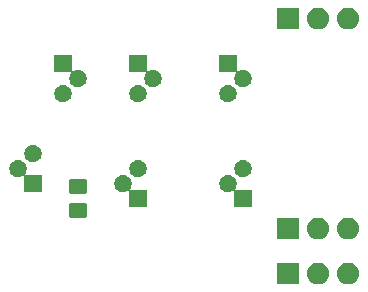
<source format=gts>
G04 #@! TF.GenerationSoftware,KiCad,Pcbnew,5.0.2+dfsg1-1~bpo9+1*
G04 #@! TF.CreationDate,2020-09-02T01:24:03-04:00*
G04 #@! TF.ProjectId,pcb,7063622e-6b69-4636-9164-5f7063625858,rev?*
G04 #@! TF.SameCoordinates,Original*
G04 #@! TF.FileFunction,Soldermask,Top*
G04 #@! TF.FilePolarity,Negative*
%FSLAX46Y46*%
G04 Gerber Fmt 4.6, Leading zero omitted, Abs format (unit mm)*
G04 Created by KiCad (PCBNEW 5.0.2+dfsg1-1~bpo9+1) date Wed 02 Sep 2020 01:24:03 AM EDT*
%MOMM*%
%LPD*%
G01*
G04 APERTURE LIST*
%ADD10C,0.100000*%
G04 APERTURE END LIST*
D10*
G36*
X146231563Y-87987201D02*
X146231566Y-87987202D01*
X146231567Y-87987202D01*
X146406156Y-88040163D01*
X146567059Y-88126167D01*
X146567061Y-88126168D01*
X146567060Y-88126168D01*
X146708091Y-88241909D01*
X146823832Y-88382940D01*
X146909837Y-88543844D01*
X146962799Y-88718437D01*
X146980682Y-88900000D01*
X146962799Y-89081563D01*
X146962798Y-89081566D01*
X146962798Y-89081567D01*
X146909837Y-89256156D01*
X146823833Y-89417059D01*
X146708091Y-89558091D01*
X146567059Y-89673833D01*
X146406156Y-89759837D01*
X146231567Y-89812798D01*
X146231566Y-89812798D01*
X146231563Y-89812799D01*
X146095501Y-89826200D01*
X146004499Y-89826200D01*
X145868437Y-89812799D01*
X145868434Y-89812798D01*
X145868433Y-89812798D01*
X145693844Y-89759837D01*
X145532941Y-89673833D01*
X145391909Y-89558091D01*
X145276167Y-89417059D01*
X145190163Y-89256156D01*
X145137202Y-89081567D01*
X145137202Y-89081566D01*
X145137201Y-89081563D01*
X145119318Y-88900000D01*
X145137201Y-88718437D01*
X145190163Y-88543844D01*
X145276168Y-88382940D01*
X145391909Y-88241909D01*
X145532940Y-88126168D01*
X145532939Y-88126168D01*
X145532941Y-88126167D01*
X145693844Y-88040163D01*
X145868433Y-87987202D01*
X145868434Y-87987202D01*
X145868437Y-87987201D01*
X146004499Y-87973800D01*
X146095501Y-87973800D01*
X146231563Y-87987201D01*
X146231563Y-87987201D01*
G37*
G36*
X141896200Y-89826200D02*
X140043800Y-89826200D01*
X140043800Y-87973800D01*
X141896200Y-87973800D01*
X141896200Y-89826200D01*
X141896200Y-89826200D01*
G37*
G36*
X143691563Y-87987201D02*
X143691566Y-87987202D01*
X143691567Y-87987202D01*
X143866156Y-88040163D01*
X144027059Y-88126167D01*
X144027061Y-88126168D01*
X144027060Y-88126168D01*
X144168091Y-88241909D01*
X144283832Y-88382940D01*
X144369837Y-88543844D01*
X144422799Y-88718437D01*
X144440682Y-88900000D01*
X144422799Y-89081563D01*
X144422798Y-89081566D01*
X144422798Y-89081567D01*
X144369837Y-89256156D01*
X144283833Y-89417059D01*
X144168091Y-89558091D01*
X144027059Y-89673833D01*
X143866156Y-89759837D01*
X143691567Y-89812798D01*
X143691566Y-89812798D01*
X143691563Y-89812799D01*
X143555501Y-89826200D01*
X143464499Y-89826200D01*
X143328437Y-89812799D01*
X143328434Y-89812798D01*
X143328433Y-89812798D01*
X143153844Y-89759837D01*
X142992941Y-89673833D01*
X142851909Y-89558091D01*
X142736167Y-89417059D01*
X142650163Y-89256156D01*
X142597202Y-89081567D01*
X142597202Y-89081566D01*
X142597201Y-89081563D01*
X142579318Y-88900000D01*
X142597201Y-88718437D01*
X142650163Y-88543844D01*
X142736168Y-88382940D01*
X142851909Y-88241909D01*
X142992940Y-88126168D01*
X142992939Y-88126168D01*
X142992941Y-88126167D01*
X143153844Y-88040163D01*
X143328433Y-87987202D01*
X143328434Y-87987202D01*
X143328437Y-87987201D01*
X143464499Y-87973800D01*
X143555501Y-87973800D01*
X143691563Y-87987201D01*
X143691563Y-87987201D01*
G37*
G36*
X141896200Y-86016200D02*
X140043800Y-86016200D01*
X140043800Y-84163800D01*
X141896200Y-84163800D01*
X141896200Y-86016200D01*
X141896200Y-86016200D01*
G37*
G36*
X146231563Y-84177201D02*
X146231566Y-84177202D01*
X146231567Y-84177202D01*
X146406156Y-84230163D01*
X146567059Y-84316167D01*
X146567061Y-84316168D01*
X146567060Y-84316168D01*
X146708091Y-84431909D01*
X146823832Y-84572940D01*
X146909837Y-84733844D01*
X146962799Y-84908437D01*
X146980682Y-85090000D01*
X146962799Y-85271563D01*
X146962798Y-85271566D01*
X146962798Y-85271567D01*
X146909837Y-85446156D01*
X146823833Y-85607059D01*
X146708091Y-85748091D01*
X146567059Y-85863833D01*
X146406156Y-85949837D01*
X146231567Y-86002798D01*
X146231566Y-86002798D01*
X146231563Y-86002799D01*
X146095501Y-86016200D01*
X146004499Y-86016200D01*
X145868437Y-86002799D01*
X145868434Y-86002798D01*
X145868433Y-86002798D01*
X145693844Y-85949837D01*
X145532941Y-85863833D01*
X145391909Y-85748091D01*
X145276167Y-85607059D01*
X145190163Y-85446156D01*
X145137202Y-85271567D01*
X145137202Y-85271566D01*
X145137201Y-85271563D01*
X145119318Y-85090000D01*
X145137201Y-84908437D01*
X145190163Y-84733844D01*
X145276168Y-84572940D01*
X145391909Y-84431909D01*
X145532940Y-84316168D01*
X145532939Y-84316168D01*
X145532941Y-84316167D01*
X145693844Y-84230163D01*
X145868433Y-84177202D01*
X145868434Y-84177202D01*
X145868437Y-84177201D01*
X146004499Y-84163800D01*
X146095501Y-84163800D01*
X146231563Y-84177201D01*
X146231563Y-84177201D01*
G37*
G36*
X143691563Y-84177201D02*
X143691566Y-84177202D01*
X143691567Y-84177202D01*
X143866156Y-84230163D01*
X144027059Y-84316167D01*
X144027061Y-84316168D01*
X144027060Y-84316168D01*
X144168091Y-84431909D01*
X144283832Y-84572940D01*
X144369837Y-84733844D01*
X144422799Y-84908437D01*
X144440682Y-85090000D01*
X144422799Y-85271563D01*
X144422798Y-85271566D01*
X144422798Y-85271567D01*
X144369837Y-85446156D01*
X144283833Y-85607059D01*
X144168091Y-85748091D01*
X144027059Y-85863833D01*
X143866156Y-85949837D01*
X143691567Y-86002798D01*
X143691566Y-86002798D01*
X143691563Y-86002799D01*
X143555501Y-86016200D01*
X143464499Y-86016200D01*
X143328437Y-86002799D01*
X143328434Y-86002798D01*
X143328433Y-86002798D01*
X143153844Y-85949837D01*
X142992941Y-85863833D01*
X142851909Y-85748091D01*
X142736167Y-85607059D01*
X142650163Y-85446156D01*
X142597202Y-85271567D01*
X142597202Y-85271566D01*
X142597201Y-85271563D01*
X142579318Y-85090000D01*
X142597201Y-84908437D01*
X142650163Y-84733844D01*
X142736168Y-84572940D01*
X142851909Y-84431909D01*
X142992940Y-84316168D01*
X142992939Y-84316168D01*
X142992941Y-84316167D01*
X143153844Y-84230163D01*
X143328433Y-84177202D01*
X143328434Y-84177202D01*
X143328437Y-84177201D01*
X143464499Y-84163800D01*
X143555501Y-84163800D01*
X143691563Y-84177201D01*
X143691563Y-84177201D01*
G37*
G36*
X123761368Y-82928929D02*
X123809050Y-82943393D01*
X123852992Y-82966881D01*
X123891509Y-82998491D01*
X123923119Y-83037008D01*
X123946607Y-83080950D01*
X123961071Y-83128632D01*
X123966200Y-83180709D01*
X123966200Y-83969291D01*
X123961071Y-84021368D01*
X123946607Y-84069050D01*
X123923119Y-84112992D01*
X123891509Y-84151509D01*
X123852992Y-84183119D01*
X123809050Y-84206607D01*
X123761368Y-84221071D01*
X123709291Y-84226200D01*
X122670709Y-84226200D01*
X122618632Y-84221071D01*
X122570950Y-84206607D01*
X122527008Y-84183119D01*
X122488491Y-84151509D01*
X122456881Y-84112992D01*
X122433393Y-84069050D01*
X122418929Y-84021368D01*
X122413800Y-83969291D01*
X122413800Y-83180709D01*
X122418929Y-83128632D01*
X122433393Y-83080950D01*
X122456881Y-83037008D01*
X122488491Y-82998491D01*
X122527008Y-82966881D01*
X122570950Y-82943393D01*
X122618632Y-82928929D01*
X122670709Y-82923800D01*
X123709291Y-82923800D01*
X123761368Y-82928929D01*
X123761368Y-82928929D01*
G37*
G36*
X136101826Y-80581707D02*
X136233983Y-80636448D01*
X136313279Y-80689432D01*
X136341507Y-80708293D01*
X136352927Y-80715924D01*
X136454076Y-80817073D01*
X136533552Y-80936017D01*
X136588293Y-81068174D01*
X136616200Y-81208475D01*
X136616200Y-81351525D01*
X136588293Y-81491826D01*
X136533552Y-81623983D01*
X136452840Y-81744777D01*
X136448146Y-81753560D01*
X136445255Y-81763089D01*
X136444279Y-81773000D01*
X136445255Y-81782911D01*
X136448146Y-81792440D01*
X136452840Y-81801223D01*
X136459158Y-81808921D01*
X136466856Y-81815239D01*
X136475639Y-81819933D01*
X136485168Y-81822824D01*
X136495079Y-81823800D01*
X137886200Y-81823800D01*
X137886200Y-83276200D01*
X136433800Y-83276200D01*
X136433800Y-81885079D01*
X136432824Y-81875168D01*
X136429933Y-81865639D01*
X136425239Y-81856856D01*
X136418921Y-81849158D01*
X136411223Y-81842840D01*
X136402440Y-81838146D01*
X136392911Y-81835255D01*
X136383000Y-81834279D01*
X136373089Y-81835255D01*
X136363560Y-81838146D01*
X136354777Y-81842840D01*
X136352927Y-81844076D01*
X136352926Y-81844077D01*
X136333801Y-81856856D01*
X136233983Y-81923552D01*
X136101826Y-81978293D01*
X135961525Y-82006200D01*
X135818475Y-82006200D01*
X135678174Y-81978293D01*
X135546017Y-81923552D01*
X135459344Y-81865639D01*
X135427074Y-81844077D01*
X135325923Y-81742926D01*
X135299432Y-81703279D01*
X135246448Y-81623983D01*
X135191707Y-81491826D01*
X135163800Y-81351525D01*
X135163800Y-81208475D01*
X135191707Y-81068174D01*
X135246448Y-80936017D01*
X135325924Y-80817073D01*
X135427073Y-80715924D01*
X135438494Y-80708293D01*
X135466721Y-80689432D01*
X135546017Y-80636448D01*
X135678174Y-80581707D01*
X135818475Y-80553800D01*
X135961525Y-80553800D01*
X136101826Y-80581707D01*
X136101826Y-80581707D01*
G37*
G36*
X127211826Y-80581707D02*
X127343983Y-80636448D01*
X127423279Y-80689432D01*
X127451507Y-80708293D01*
X127462927Y-80715924D01*
X127564076Y-80817073D01*
X127643552Y-80936017D01*
X127698293Y-81068174D01*
X127726200Y-81208475D01*
X127726200Y-81351525D01*
X127698293Y-81491826D01*
X127643552Y-81623983D01*
X127562840Y-81744777D01*
X127558146Y-81753560D01*
X127555255Y-81763089D01*
X127554279Y-81773000D01*
X127555255Y-81782911D01*
X127558146Y-81792440D01*
X127562840Y-81801223D01*
X127569158Y-81808921D01*
X127576856Y-81815239D01*
X127585639Y-81819933D01*
X127595168Y-81822824D01*
X127605079Y-81823800D01*
X128996200Y-81823800D01*
X128996200Y-83276200D01*
X127543800Y-83276200D01*
X127543800Y-81885079D01*
X127542824Y-81875168D01*
X127539933Y-81865639D01*
X127535239Y-81856856D01*
X127528921Y-81849158D01*
X127521223Y-81842840D01*
X127512440Y-81838146D01*
X127502911Y-81835255D01*
X127493000Y-81834279D01*
X127483089Y-81835255D01*
X127473560Y-81838146D01*
X127464777Y-81842840D01*
X127462927Y-81844076D01*
X127462926Y-81844077D01*
X127443801Y-81856856D01*
X127343983Y-81923552D01*
X127211826Y-81978293D01*
X127071525Y-82006200D01*
X126928475Y-82006200D01*
X126788174Y-81978293D01*
X126656017Y-81923552D01*
X126569344Y-81865639D01*
X126537074Y-81844077D01*
X126435923Y-81742926D01*
X126409432Y-81703279D01*
X126356448Y-81623983D01*
X126301707Y-81491826D01*
X126273800Y-81351525D01*
X126273800Y-81208475D01*
X126301707Y-81068174D01*
X126356448Y-80936017D01*
X126435924Y-80817073D01*
X126537073Y-80715924D01*
X126548494Y-80708293D01*
X126576721Y-80689432D01*
X126656017Y-80636448D01*
X126788174Y-80581707D01*
X126928475Y-80553800D01*
X127071525Y-80553800D01*
X127211826Y-80581707D01*
X127211826Y-80581707D01*
G37*
G36*
X123761368Y-80878929D02*
X123809050Y-80893393D01*
X123852992Y-80916881D01*
X123891509Y-80948491D01*
X123923119Y-80987008D01*
X123946607Y-81030950D01*
X123961071Y-81078632D01*
X123966200Y-81130709D01*
X123966200Y-81919291D01*
X123961071Y-81971368D01*
X123946607Y-82019050D01*
X123923119Y-82062992D01*
X123891509Y-82101509D01*
X123852992Y-82133119D01*
X123809050Y-82156607D01*
X123761368Y-82171071D01*
X123709291Y-82176200D01*
X122670709Y-82176200D01*
X122618632Y-82171071D01*
X122570950Y-82156607D01*
X122527008Y-82133119D01*
X122488491Y-82101509D01*
X122456881Y-82062992D01*
X122433393Y-82019050D01*
X122418929Y-81971368D01*
X122413800Y-81919291D01*
X122413800Y-81130709D01*
X122418929Y-81078632D01*
X122433393Y-81030950D01*
X122456881Y-80987008D01*
X122488491Y-80948491D01*
X122527008Y-80916881D01*
X122570950Y-80893393D01*
X122618632Y-80878929D01*
X122670709Y-80873800D01*
X123709291Y-80873800D01*
X123761368Y-80878929D01*
X123761368Y-80878929D01*
G37*
G36*
X118321826Y-79311707D02*
X118453983Y-79366448D01*
X118533279Y-79419432D01*
X118561507Y-79438293D01*
X118572927Y-79445924D01*
X118674076Y-79547073D01*
X118753552Y-79666017D01*
X118808293Y-79798174D01*
X118836200Y-79938475D01*
X118836200Y-80081525D01*
X118808293Y-80221826D01*
X118753552Y-80353983D01*
X118672840Y-80474777D01*
X118668146Y-80483560D01*
X118665255Y-80493089D01*
X118664279Y-80503000D01*
X118665255Y-80512911D01*
X118668146Y-80522440D01*
X118672840Y-80531223D01*
X118679158Y-80538921D01*
X118686856Y-80545239D01*
X118695639Y-80549933D01*
X118705168Y-80552824D01*
X118715079Y-80553800D01*
X120106200Y-80553800D01*
X120106200Y-82006200D01*
X118653800Y-82006200D01*
X118653800Y-80615079D01*
X118652824Y-80605168D01*
X118649933Y-80595639D01*
X118645239Y-80586856D01*
X118638921Y-80579158D01*
X118631223Y-80572840D01*
X118622440Y-80568146D01*
X118612911Y-80565255D01*
X118603000Y-80564279D01*
X118593089Y-80565255D01*
X118583560Y-80568146D01*
X118574777Y-80572840D01*
X118572927Y-80574076D01*
X118572926Y-80574077D01*
X118561507Y-80581707D01*
X118453983Y-80653552D01*
X118321826Y-80708293D01*
X118181525Y-80736200D01*
X118038475Y-80736200D01*
X117898174Y-80708293D01*
X117766017Y-80653552D01*
X117679344Y-80595639D01*
X117647074Y-80574077D01*
X117545923Y-80472926D01*
X117519432Y-80433279D01*
X117466448Y-80353983D01*
X117411707Y-80221826D01*
X117383800Y-80081525D01*
X117383800Y-79938475D01*
X117411707Y-79798174D01*
X117466448Y-79666017D01*
X117545924Y-79547073D01*
X117647073Y-79445924D01*
X117658494Y-79438293D01*
X117686721Y-79419432D01*
X117766017Y-79366448D01*
X117898174Y-79311707D01*
X118038475Y-79283800D01*
X118181525Y-79283800D01*
X118321826Y-79311707D01*
X118321826Y-79311707D01*
G37*
G36*
X137371826Y-79311707D02*
X137503983Y-79366448D01*
X137583279Y-79419432D01*
X137611507Y-79438293D01*
X137622927Y-79445924D01*
X137724076Y-79547073D01*
X137803552Y-79666017D01*
X137858293Y-79798174D01*
X137886200Y-79938475D01*
X137886200Y-80081525D01*
X137858293Y-80221826D01*
X137803552Y-80353983D01*
X137750568Y-80433279D01*
X137724077Y-80472926D01*
X137622926Y-80574077D01*
X137590656Y-80595639D01*
X137503983Y-80653552D01*
X137371826Y-80708293D01*
X137231525Y-80736200D01*
X137088475Y-80736200D01*
X136948174Y-80708293D01*
X136816017Y-80653552D01*
X136729344Y-80595639D01*
X136697074Y-80574077D01*
X136595923Y-80472926D01*
X136569432Y-80433279D01*
X136516448Y-80353983D01*
X136461707Y-80221826D01*
X136433800Y-80081525D01*
X136433800Y-79938475D01*
X136461707Y-79798174D01*
X136516448Y-79666017D01*
X136595924Y-79547073D01*
X136697073Y-79445924D01*
X136708494Y-79438293D01*
X136736721Y-79419432D01*
X136816017Y-79366448D01*
X136948174Y-79311707D01*
X137088475Y-79283800D01*
X137231525Y-79283800D01*
X137371826Y-79311707D01*
X137371826Y-79311707D01*
G37*
G36*
X128481826Y-79311707D02*
X128613983Y-79366448D01*
X128693279Y-79419432D01*
X128721507Y-79438293D01*
X128732927Y-79445924D01*
X128834076Y-79547073D01*
X128913552Y-79666017D01*
X128968293Y-79798174D01*
X128996200Y-79938475D01*
X128996200Y-80081525D01*
X128968293Y-80221826D01*
X128913552Y-80353983D01*
X128860568Y-80433279D01*
X128834077Y-80472926D01*
X128732926Y-80574077D01*
X128700656Y-80595639D01*
X128613983Y-80653552D01*
X128481826Y-80708293D01*
X128341525Y-80736200D01*
X128198475Y-80736200D01*
X128058174Y-80708293D01*
X127926017Y-80653552D01*
X127839344Y-80595639D01*
X127807074Y-80574077D01*
X127705923Y-80472926D01*
X127679432Y-80433279D01*
X127626448Y-80353983D01*
X127571707Y-80221826D01*
X127543800Y-80081525D01*
X127543800Y-79938475D01*
X127571707Y-79798174D01*
X127626448Y-79666017D01*
X127705924Y-79547073D01*
X127807073Y-79445924D01*
X127818494Y-79438293D01*
X127846721Y-79419432D01*
X127926017Y-79366448D01*
X128058174Y-79311707D01*
X128198475Y-79283800D01*
X128341525Y-79283800D01*
X128481826Y-79311707D01*
X128481826Y-79311707D01*
G37*
G36*
X119591826Y-78041707D02*
X119723983Y-78096448D01*
X119842927Y-78175924D01*
X119944076Y-78277073D01*
X120023552Y-78396017D01*
X120078293Y-78528174D01*
X120106200Y-78668475D01*
X120106200Y-78811525D01*
X120078293Y-78951826D01*
X120023552Y-79083983D01*
X119970568Y-79163279D01*
X119944077Y-79202926D01*
X119842926Y-79304077D01*
X119803279Y-79330568D01*
X119723983Y-79383552D01*
X119591826Y-79438293D01*
X119451525Y-79466200D01*
X119308475Y-79466200D01*
X119168174Y-79438293D01*
X119036017Y-79383552D01*
X118956721Y-79330568D01*
X118917074Y-79304077D01*
X118815923Y-79202926D01*
X118789432Y-79163279D01*
X118736448Y-79083983D01*
X118681707Y-78951826D01*
X118653800Y-78811525D01*
X118653800Y-78668475D01*
X118681707Y-78528174D01*
X118736448Y-78396017D01*
X118815924Y-78277073D01*
X118917073Y-78175924D01*
X119036017Y-78096448D01*
X119168174Y-78041707D01*
X119308475Y-78013800D01*
X119451525Y-78013800D01*
X119591826Y-78041707D01*
X119591826Y-78041707D01*
G37*
G36*
X136101826Y-72961707D02*
X136233983Y-73016448D01*
X136313279Y-73069432D01*
X136341507Y-73088293D01*
X136352927Y-73095924D01*
X136454076Y-73197073D01*
X136533552Y-73316017D01*
X136588293Y-73448174D01*
X136616200Y-73588475D01*
X136616200Y-73731525D01*
X136588293Y-73871826D01*
X136533552Y-74003983D01*
X136454076Y-74122927D01*
X136352927Y-74224076D01*
X136233983Y-74303552D01*
X136101826Y-74358293D01*
X135961525Y-74386200D01*
X135818475Y-74386200D01*
X135678174Y-74358293D01*
X135546017Y-74303552D01*
X135427073Y-74224076D01*
X135325924Y-74122927D01*
X135246448Y-74003983D01*
X135191707Y-73871826D01*
X135163800Y-73731525D01*
X135163800Y-73588475D01*
X135191707Y-73448174D01*
X135246448Y-73316017D01*
X135325924Y-73197073D01*
X135427073Y-73095924D01*
X135438494Y-73088293D01*
X135466721Y-73069432D01*
X135546017Y-73016448D01*
X135678174Y-72961707D01*
X135818475Y-72933800D01*
X135961525Y-72933800D01*
X136101826Y-72961707D01*
X136101826Y-72961707D01*
G37*
G36*
X122131826Y-72961707D02*
X122263983Y-73016448D01*
X122343279Y-73069432D01*
X122371507Y-73088293D01*
X122382927Y-73095924D01*
X122484076Y-73197073D01*
X122563552Y-73316017D01*
X122618293Y-73448174D01*
X122646200Y-73588475D01*
X122646200Y-73731525D01*
X122618293Y-73871826D01*
X122563552Y-74003983D01*
X122484076Y-74122927D01*
X122382927Y-74224076D01*
X122263983Y-74303552D01*
X122131826Y-74358293D01*
X121991525Y-74386200D01*
X121848475Y-74386200D01*
X121708174Y-74358293D01*
X121576017Y-74303552D01*
X121457073Y-74224076D01*
X121355924Y-74122927D01*
X121276448Y-74003983D01*
X121221707Y-73871826D01*
X121193800Y-73731525D01*
X121193800Y-73588475D01*
X121221707Y-73448174D01*
X121276448Y-73316017D01*
X121355924Y-73197073D01*
X121457073Y-73095924D01*
X121468494Y-73088293D01*
X121496721Y-73069432D01*
X121576017Y-73016448D01*
X121708174Y-72961707D01*
X121848475Y-72933800D01*
X121991525Y-72933800D01*
X122131826Y-72961707D01*
X122131826Y-72961707D01*
G37*
G36*
X128481826Y-72961707D02*
X128613983Y-73016448D01*
X128693279Y-73069432D01*
X128721507Y-73088293D01*
X128732927Y-73095924D01*
X128834076Y-73197073D01*
X128913552Y-73316017D01*
X128968293Y-73448174D01*
X128996200Y-73588475D01*
X128996200Y-73731525D01*
X128968293Y-73871826D01*
X128913552Y-74003983D01*
X128834076Y-74122927D01*
X128732927Y-74224076D01*
X128613983Y-74303552D01*
X128481826Y-74358293D01*
X128341525Y-74386200D01*
X128198475Y-74386200D01*
X128058174Y-74358293D01*
X127926017Y-74303552D01*
X127807073Y-74224076D01*
X127705924Y-74122927D01*
X127626448Y-74003983D01*
X127571707Y-73871826D01*
X127543800Y-73731525D01*
X127543800Y-73588475D01*
X127571707Y-73448174D01*
X127626448Y-73316017D01*
X127705924Y-73197073D01*
X127807073Y-73095924D01*
X127818494Y-73088293D01*
X127846721Y-73069432D01*
X127926017Y-73016448D01*
X128058174Y-72961707D01*
X128198475Y-72933800D01*
X128341525Y-72933800D01*
X128481826Y-72961707D01*
X128481826Y-72961707D01*
G37*
G36*
X122646200Y-71784921D02*
X122647176Y-71794832D01*
X122650067Y-71804361D01*
X122654761Y-71813144D01*
X122661079Y-71820842D01*
X122668777Y-71827160D01*
X122677560Y-71831854D01*
X122687089Y-71834745D01*
X122697000Y-71835721D01*
X122706911Y-71834745D01*
X122716440Y-71831854D01*
X122725223Y-71827160D01*
X122734679Y-71820842D01*
X122788438Y-71784921D01*
X122846017Y-71746448D01*
X122978174Y-71691707D01*
X123118475Y-71663800D01*
X123261525Y-71663800D01*
X123401826Y-71691707D01*
X123533983Y-71746448D01*
X123591562Y-71784921D01*
X123645322Y-71820842D01*
X123652927Y-71825924D01*
X123754076Y-71927073D01*
X123833552Y-72046017D01*
X123888293Y-72178174D01*
X123916200Y-72318475D01*
X123916200Y-72461525D01*
X123888293Y-72601826D01*
X123833552Y-72733983D01*
X123780568Y-72813279D01*
X123754077Y-72852926D01*
X123652926Y-72954077D01*
X123613279Y-72980568D01*
X123533983Y-73033552D01*
X123401826Y-73088293D01*
X123261525Y-73116200D01*
X123118475Y-73116200D01*
X122978174Y-73088293D01*
X122846017Y-73033552D01*
X122766721Y-72980568D01*
X122727074Y-72954077D01*
X122625923Y-72852926D01*
X122599432Y-72813279D01*
X122546448Y-72733983D01*
X122491707Y-72601826D01*
X122463800Y-72461525D01*
X122463800Y-72318475D01*
X122491707Y-72178174D01*
X122546448Y-72046017D01*
X122627160Y-71925223D01*
X122631854Y-71916440D01*
X122634745Y-71906911D01*
X122635721Y-71897000D01*
X122634745Y-71887089D01*
X122631854Y-71877560D01*
X122627160Y-71868777D01*
X122620842Y-71861079D01*
X122613144Y-71854761D01*
X122604361Y-71850067D01*
X122594832Y-71847176D01*
X122584921Y-71846200D01*
X121193800Y-71846200D01*
X121193800Y-70393800D01*
X122646200Y-70393800D01*
X122646200Y-71784921D01*
X122646200Y-71784921D01*
G37*
G36*
X136616200Y-71784921D02*
X136617176Y-71794832D01*
X136620067Y-71804361D01*
X136624761Y-71813144D01*
X136631079Y-71820842D01*
X136638777Y-71827160D01*
X136647560Y-71831854D01*
X136657089Y-71834745D01*
X136667000Y-71835721D01*
X136676911Y-71834745D01*
X136686440Y-71831854D01*
X136695223Y-71827160D01*
X136704679Y-71820842D01*
X136758438Y-71784921D01*
X136816017Y-71746448D01*
X136948174Y-71691707D01*
X137088475Y-71663800D01*
X137231525Y-71663800D01*
X137371826Y-71691707D01*
X137503983Y-71746448D01*
X137561562Y-71784921D01*
X137615322Y-71820842D01*
X137622927Y-71825924D01*
X137724076Y-71927073D01*
X137803552Y-72046017D01*
X137858293Y-72178174D01*
X137886200Y-72318475D01*
X137886200Y-72461525D01*
X137858293Y-72601826D01*
X137803552Y-72733983D01*
X137750568Y-72813279D01*
X137724077Y-72852926D01*
X137622926Y-72954077D01*
X137583279Y-72980568D01*
X137503983Y-73033552D01*
X137371826Y-73088293D01*
X137231525Y-73116200D01*
X137088475Y-73116200D01*
X136948174Y-73088293D01*
X136816017Y-73033552D01*
X136736721Y-72980568D01*
X136697074Y-72954077D01*
X136595923Y-72852926D01*
X136569432Y-72813279D01*
X136516448Y-72733983D01*
X136461707Y-72601826D01*
X136433800Y-72461525D01*
X136433800Y-72318475D01*
X136461707Y-72178174D01*
X136516448Y-72046017D01*
X136597160Y-71925223D01*
X136601854Y-71916440D01*
X136604745Y-71906911D01*
X136605721Y-71897000D01*
X136604745Y-71887089D01*
X136601854Y-71877560D01*
X136597160Y-71868777D01*
X136590842Y-71861079D01*
X136583144Y-71854761D01*
X136574361Y-71850067D01*
X136564832Y-71847176D01*
X136554921Y-71846200D01*
X135163800Y-71846200D01*
X135163800Y-70393800D01*
X136616200Y-70393800D01*
X136616200Y-71784921D01*
X136616200Y-71784921D01*
G37*
G36*
X128996200Y-71784921D02*
X128997176Y-71794832D01*
X129000067Y-71804361D01*
X129004761Y-71813144D01*
X129011079Y-71820842D01*
X129018777Y-71827160D01*
X129027560Y-71831854D01*
X129037089Y-71834745D01*
X129047000Y-71835721D01*
X129056911Y-71834745D01*
X129066440Y-71831854D01*
X129075223Y-71827160D01*
X129084679Y-71820842D01*
X129138438Y-71784921D01*
X129196017Y-71746448D01*
X129328174Y-71691707D01*
X129468475Y-71663800D01*
X129611525Y-71663800D01*
X129751826Y-71691707D01*
X129883983Y-71746448D01*
X129941562Y-71784921D01*
X129995322Y-71820842D01*
X130002927Y-71825924D01*
X130104076Y-71927073D01*
X130183552Y-72046017D01*
X130238293Y-72178174D01*
X130266200Y-72318475D01*
X130266200Y-72461525D01*
X130238293Y-72601826D01*
X130183552Y-72733983D01*
X130130568Y-72813279D01*
X130104077Y-72852926D01*
X130002926Y-72954077D01*
X129963279Y-72980568D01*
X129883983Y-73033552D01*
X129751826Y-73088293D01*
X129611525Y-73116200D01*
X129468475Y-73116200D01*
X129328174Y-73088293D01*
X129196017Y-73033552D01*
X129116721Y-72980568D01*
X129077074Y-72954077D01*
X128975923Y-72852926D01*
X128949432Y-72813279D01*
X128896448Y-72733983D01*
X128841707Y-72601826D01*
X128813800Y-72461525D01*
X128813800Y-72318475D01*
X128841707Y-72178174D01*
X128896448Y-72046017D01*
X128977160Y-71925223D01*
X128981854Y-71916440D01*
X128984745Y-71906911D01*
X128985721Y-71897000D01*
X128984745Y-71887089D01*
X128981854Y-71877560D01*
X128977160Y-71868777D01*
X128970842Y-71861079D01*
X128963144Y-71854761D01*
X128954361Y-71850067D01*
X128944832Y-71847176D01*
X128934921Y-71846200D01*
X127543800Y-71846200D01*
X127543800Y-70393800D01*
X128996200Y-70393800D01*
X128996200Y-71784921D01*
X128996200Y-71784921D01*
G37*
G36*
X146231563Y-66397201D02*
X146231566Y-66397202D01*
X146231567Y-66397202D01*
X146406156Y-66450163D01*
X146567059Y-66536167D01*
X146567061Y-66536168D01*
X146567060Y-66536168D01*
X146708091Y-66651909D01*
X146823832Y-66792940D01*
X146909837Y-66953844D01*
X146962799Y-67128437D01*
X146980682Y-67310000D01*
X146962799Y-67491563D01*
X146962798Y-67491566D01*
X146962798Y-67491567D01*
X146909837Y-67666156D01*
X146823833Y-67827059D01*
X146708091Y-67968091D01*
X146567059Y-68083833D01*
X146406156Y-68169837D01*
X146231567Y-68222798D01*
X146231566Y-68222798D01*
X146231563Y-68222799D01*
X146095501Y-68236200D01*
X146004499Y-68236200D01*
X145868437Y-68222799D01*
X145868434Y-68222798D01*
X145868433Y-68222798D01*
X145693844Y-68169837D01*
X145532941Y-68083833D01*
X145391909Y-67968091D01*
X145276167Y-67827059D01*
X145190163Y-67666156D01*
X145137202Y-67491567D01*
X145137202Y-67491566D01*
X145137201Y-67491563D01*
X145119318Y-67310000D01*
X145137201Y-67128437D01*
X145190163Y-66953844D01*
X145276168Y-66792940D01*
X145391909Y-66651909D01*
X145532940Y-66536168D01*
X145532939Y-66536168D01*
X145532941Y-66536167D01*
X145693844Y-66450163D01*
X145868433Y-66397202D01*
X145868434Y-66397202D01*
X145868437Y-66397201D01*
X146004499Y-66383800D01*
X146095501Y-66383800D01*
X146231563Y-66397201D01*
X146231563Y-66397201D01*
G37*
G36*
X143691563Y-66397201D02*
X143691566Y-66397202D01*
X143691567Y-66397202D01*
X143866156Y-66450163D01*
X144027059Y-66536167D01*
X144027061Y-66536168D01*
X144027060Y-66536168D01*
X144168091Y-66651909D01*
X144283832Y-66792940D01*
X144369837Y-66953844D01*
X144422799Y-67128437D01*
X144440682Y-67310000D01*
X144422799Y-67491563D01*
X144422798Y-67491566D01*
X144422798Y-67491567D01*
X144369837Y-67666156D01*
X144283833Y-67827059D01*
X144168091Y-67968091D01*
X144027059Y-68083833D01*
X143866156Y-68169837D01*
X143691567Y-68222798D01*
X143691566Y-68222798D01*
X143691563Y-68222799D01*
X143555501Y-68236200D01*
X143464499Y-68236200D01*
X143328437Y-68222799D01*
X143328434Y-68222798D01*
X143328433Y-68222798D01*
X143153844Y-68169837D01*
X142992941Y-68083833D01*
X142851909Y-67968091D01*
X142736167Y-67827059D01*
X142650163Y-67666156D01*
X142597202Y-67491567D01*
X142597202Y-67491566D01*
X142597201Y-67491563D01*
X142579318Y-67310000D01*
X142597201Y-67128437D01*
X142650163Y-66953844D01*
X142736168Y-66792940D01*
X142851909Y-66651909D01*
X142992940Y-66536168D01*
X142992939Y-66536168D01*
X142992941Y-66536167D01*
X143153844Y-66450163D01*
X143328433Y-66397202D01*
X143328434Y-66397202D01*
X143328437Y-66397201D01*
X143464499Y-66383800D01*
X143555501Y-66383800D01*
X143691563Y-66397201D01*
X143691563Y-66397201D01*
G37*
G36*
X141896200Y-68236200D02*
X140043800Y-68236200D01*
X140043800Y-66383800D01*
X141896200Y-66383800D01*
X141896200Y-68236200D01*
X141896200Y-68236200D01*
G37*
M02*

</source>
